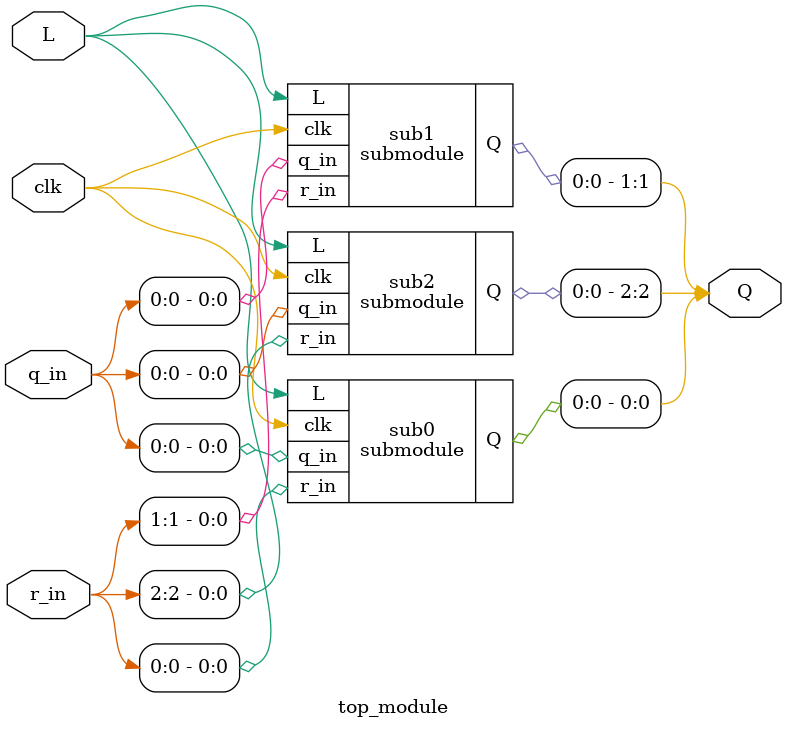
<source format=sv>
module mux_2to1(
    input wire sel,
    input wire d0,
    input wire d1,
    output wire y
);
    assign y = sel ? d1 : d0;
endmodule
module d_flipflop(
    input wire clk,
    input wire d,
    output reg q
);
    always @(posedge clk) begin
        q <= d;
    end
endmodule
module submodule(
    input wire clk,
    input wire L,
    input wire r_in,
    input wire q_in,
    output wire Q
);
    wire mux_out;
    mux_2to1 mux(
        .sel(L),
        .d0({q_in[1] ^ q_in[2], q_in[0], q_in[2]}),
        .d1(r_in),
        .y(mux_out)
    );
    d_flipflop flipflop(
        .clk(clk),
        .d(mux_out),
        .q(Q)
    );
endmodule
module top_module(
    input clk,
    input L,
    input [2:0] q_in,
    input [2:0] r_in,
    output [2:0] Q
);
    submodule sub0 (
        .clk(clk),
        .L(L),
        .r_in(r_in[0]),
        .q_in(q_in),
        .Q(Q[0])
    );

    submodule sub1 (
        .clk(clk),
        .L(L),
        .r_in(r_in[1]),
        .q_in(q_in),
        .Q(Q[1])
    );

    submodule sub2 (
        .clk(clk),
        .L(L),
        .r_in(r_in[2]),
        .q_in(q_in),
        .Q(Q[2])
    );
endmodule

</source>
